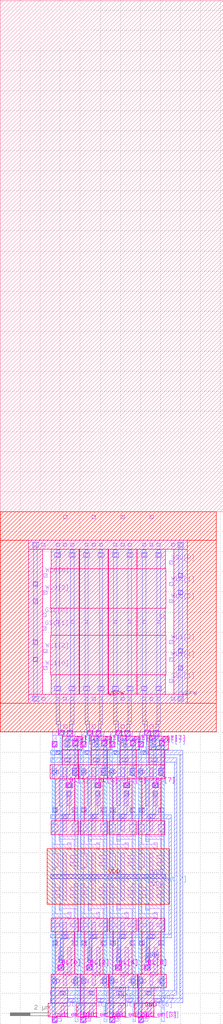
<source format=lef>
VERSION 5.7 ;
  NOWIREEXTENSIONATPIN ON ;
  DIVIDERCHAR "/" ;
  BUSBITCHARS "[]" ;
MACRO flash_array_8x8
  CLASS BLOCK ;
  FOREIGN flash_array_8x8 ;
  ORIGIN 0.000 0.000 ;
  SIZE 11.145 BY 25.490 ;
  PIN VBPW
    ANTENNADIFFAREA 8.916200 ;
    PORT
      LAYER pwell ;
        RECT 1.430 -1.860 9.360 -1.430 ;
        RECT 1.430 -9.110 2.110 -1.860 ;
        RECT 2.535 -2.830 3.935 -1.860 ;
        RECT 3.975 -2.830 5.375 -1.860 ;
        RECT 5.415 -2.830 6.815 -1.860 ;
        RECT 6.855 -2.830 8.255 -1.860 ;
        RECT 2.520 -4.810 3.950 -2.830 ;
        RECT 3.960 -4.810 5.390 -2.830 ;
        RECT 5.400 -4.810 6.830 -2.830 ;
        RECT 6.840 -4.810 8.270 -2.830 ;
        RECT 2.535 -6.160 3.935 -4.810 ;
        RECT 3.975 -6.160 5.375 -4.810 ;
        RECT 5.415 -6.160 6.815 -4.810 ;
        RECT 6.855 -6.160 8.255 -4.810 ;
        RECT 2.520 -8.140 3.950 -6.160 ;
        RECT 3.960 -8.140 5.390 -6.160 ;
        RECT 5.400 -8.140 6.830 -6.160 ;
        RECT 6.840 -8.140 8.270 -6.160 ;
        RECT 2.535 -9.110 3.935 -8.140 ;
        RECT 3.975 -9.110 5.375 -8.140 ;
        RECT 5.415 -9.110 6.815 -8.140 ;
        RECT 6.855 -9.110 8.255 -8.140 ;
        RECT 8.680 -9.110 9.360 -1.860 ;
        RECT 1.430 -9.540 9.360 -9.110 ;
      LAYER li1 ;
        RECT 1.680 -1.730 1.850 -1.560 ;
        RECT 2.075 -1.730 2.245 -1.560 ;
        RECT 2.790 -1.730 2.960 -1.560 ;
        RECT 3.150 -1.730 3.320 -1.560 ;
        RECT 3.510 -1.730 3.680 -1.560 ;
        RECT 4.230 -1.730 4.400 -1.560 ;
        RECT 4.590 -1.730 4.760 -1.560 ;
        RECT 4.950 -1.730 5.120 -1.560 ;
        RECT 5.670 -1.730 5.840 -1.560 ;
        RECT 6.030 -1.730 6.200 -1.560 ;
        RECT 6.390 -1.730 6.560 -1.560 ;
        RECT 7.110 -1.730 7.280 -1.560 ;
        RECT 7.470 -1.730 7.640 -1.560 ;
        RECT 7.830 -1.730 8.000 -1.560 ;
        RECT 8.550 -1.730 8.720 -1.560 ;
        RECT 8.930 -1.730 9.100 -1.560 ;
        RECT 8.930 -3.260 9.100 -3.090 ;
        RECT 1.680 -3.690 1.850 -3.520 ;
        RECT 8.930 -4.120 9.100 -3.950 ;
        RECT 1.680 -4.550 1.850 -4.380 ;
        RECT 1.680 -6.590 1.850 -6.420 ;
        RECT 8.930 -7.020 9.100 -6.850 ;
        RECT 1.680 -7.450 1.850 -7.280 ;
        RECT 8.930 -7.880 9.100 -7.710 ;
        RECT 1.680 -9.410 1.850 -9.240 ;
        RECT 2.075 -9.410 2.245 -9.240 ;
        RECT 2.790 -9.410 2.960 -9.240 ;
        RECT 3.150 -9.410 3.320 -9.240 ;
        RECT 3.510 -9.410 3.680 -9.240 ;
        RECT 4.230 -9.410 4.400 -9.240 ;
        RECT 4.590 -9.410 4.760 -9.240 ;
        RECT 4.950 -9.410 5.120 -9.240 ;
        RECT 5.670 -9.410 5.840 -9.240 ;
        RECT 6.030 -9.410 6.200 -9.240 ;
        RECT 6.390 -9.410 6.560 -9.240 ;
        RECT 7.110 -9.410 7.280 -9.240 ;
        RECT 7.470 -9.410 7.640 -9.240 ;
        RECT 7.830 -9.410 8.000 -9.240 ;
        RECT 8.550 -9.410 8.720 -9.240 ;
        RECT 8.930 -9.410 9.100 -9.240 ;
      LAYER met1 ;
        RECT 1.620 -1.760 1.910 -1.530 ;
        RECT 8.870 -1.760 9.160 -1.530 ;
        RECT 1.680 -3.490 1.850 -1.760 ;
        RECT 8.930 -3.060 9.100 -1.760 ;
        RECT 8.900 -3.290 9.130 -3.060 ;
        RECT 1.650 -3.720 1.880 -3.490 ;
        RECT 1.680 -4.350 1.850 -3.720 ;
        RECT 8.930 -3.920 9.100 -3.290 ;
        RECT 8.900 -4.150 9.130 -3.920 ;
        RECT 1.650 -4.580 1.880 -4.350 ;
        RECT 1.680 -6.390 1.850 -4.580 ;
        RECT 1.650 -6.620 1.880 -6.390 ;
        RECT 1.680 -7.250 1.850 -6.620 ;
        RECT 8.930 -6.820 9.100 -4.150 ;
        RECT 8.900 -7.050 9.130 -6.820 ;
        RECT 1.650 -7.480 1.880 -7.250 ;
        RECT 1.680 -9.210 1.850 -7.480 ;
        RECT 8.930 -7.680 9.100 -7.050 ;
        RECT 8.900 -7.910 9.130 -7.680 ;
        RECT 8.930 -9.210 9.100 -7.910 ;
        RECT 1.620 -9.440 1.910 -9.210 ;
        RECT 8.870 -9.440 9.160 -9.210 ;
    END
  END VBPW
  PIN BL[0]
    ANTENNAGATEAREA 0.126000 ;
    ANTENNADIFFAREA 0.273000 ;
    PORT
      LAYER li1 ;
        RECT 2.790 -2.240 2.960 -2.070 ;
        RECT 2.790 -8.900 2.960 -8.730 ;
        RECT 2.865 -22.800 3.195 -22.630 ;
      LAYER mcon ;
        RECT 2.945 -22.800 3.115 -22.630 ;
      LAYER met1 ;
        RECT 2.790 -2.040 2.960 -1.905 ;
        RECT 2.730 -2.270 3.020 -2.040 ;
        RECT 2.790 -8.700 2.960 -2.270 ;
        RECT 2.730 -8.930 3.020 -8.700 ;
        RECT 2.790 -10.455 2.960 -8.930 ;
        RECT 2.790 -10.595 3.025 -10.455 ;
        RECT 2.885 -10.895 3.025 -10.595 ;
        RECT 2.885 -11.155 3.205 -10.895 ;
        RECT 2.870 -22.860 3.190 -22.600 ;
      LAYER via ;
        RECT 2.915 -11.155 3.175 -10.895 ;
        RECT 2.900 -22.860 3.160 -22.600 ;
      LAYER met2 ;
        RECT 2.885 -11.155 3.205 -10.895 ;
        RECT 2.985 -22.600 3.125 -11.155 ;
        RECT 2.870 -22.860 3.190 -22.600 ;
    END
  END BL[0]
  PIN BL[1]
    ANTENNAGATEAREA 0.126000 ;
    ANTENNADIFFAREA 0.273000 ;
    PORT
      LAYER li1 ;
        RECT 3.510 -2.240 3.680 -2.070 ;
        RECT 3.510 -8.900 3.680 -8.730 ;
        RECT 3.275 -13.735 3.605 -13.565 ;
      LAYER mcon ;
        RECT 3.355 -13.735 3.525 -13.565 ;
      LAYER met1 ;
        RECT 3.510 -2.040 3.680 -1.905 ;
        RECT 3.450 -2.270 3.740 -2.040 ;
        RECT 3.510 -8.700 3.680 -2.270 ;
        RECT 3.450 -8.930 3.740 -8.700 ;
        RECT 3.510 -10.455 3.680 -8.930 ;
        RECT 3.465 -10.595 3.680 -10.455 ;
        RECT 3.465 -10.895 3.605 -10.595 ;
        RECT 3.345 -11.215 3.605 -10.895 ;
        RECT 3.280 -13.765 3.600 -13.505 ;
      LAYER via ;
        RECT 3.345 -11.185 3.605 -10.925 ;
        RECT 3.310 -13.765 3.570 -13.505 ;
      LAYER met2 ;
        RECT 3.345 -11.215 3.605 -10.895 ;
        RECT 3.345 -13.505 3.485 -11.215 ;
        RECT 3.280 -13.765 3.600 -13.505 ;
    END
  END BL[1]
  PIN BL[2]
    ANTENNAGATEAREA 0.126000 ;
    ANTENNADIFFAREA 0.273000 ;
    PORT
      LAYER li1 ;
        RECT 4.230 -2.240 4.400 -2.070 ;
        RECT 4.230 -8.900 4.400 -8.730 ;
        RECT 4.305 -22.800 4.635 -22.630 ;
      LAYER mcon ;
        RECT 4.385 -22.800 4.555 -22.630 ;
      LAYER met1 ;
        RECT 4.230 -2.040 4.400 -1.905 ;
        RECT 4.170 -2.270 4.460 -2.040 ;
        RECT 4.230 -8.700 4.400 -2.270 ;
        RECT 4.170 -8.930 4.460 -8.700 ;
        RECT 4.230 -10.455 4.400 -8.930 ;
        RECT 4.230 -10.595 4.465 -10.455 ;
        RECT 4.325 -10.895 4.465 -10.595 ;
        RECT 4.325 -11.155 4.645 -10.895 ;
        RECT 4.310 -22.860 4.630 -22.600 ;
      LAYER via ;
        RECT 4.355 -11.155 4.615 -10.895 ;
        RECT 4.340 -22.860 4.600 -22.600 ;
      LAYER met2 ;
        RECT 4.325 -11.155 4.645 -10.895 ;
        RECT 4.425 -22.600 4.565 -11.155 ;
        RECT 4.310 -22.860 4.630 -22.600 ;
    END
  END BL[2]
  PIN BL[3]
    ANTENNAGATEAREA 0.126000 ;
    ANTENNADIFFAREA 0.273000 ;
    PORT
      LAYER li1 ;
        RECT 4.950 -2.240 5.120 -2.070 ;
        RECT 4.950 -8.900 5.120 -8.730 ;
        RECT 4.715 -13.735 5.045 -13.565 ;
      LAYER mcon ;
        RECT 4.795 -13.735 4.965 -13.565 ;
      LAYER met1 ;
        RECT 4.950 -2.040 5.120 -1.905 ;
        RECT 4.890 -2.270 5.180 -2.040 ;
        RECT 4.950 -8.700 5.120 -2.270 ;
        RECT 4.890 -8.930 5.180 -8.700 ;
        RECT 4.950 -10.455 5.120 -8.930 ;
        RECT 4.905 -10.595 5.120 -10.455 ;
        RECT 4.905 -10.895 5.045 -10.595 ;
        RECT 4.785 -11.215 5.045 -10.895 ;
        RECT 4.720 -13.765 5.040 -13.505 ;
      LAYER via ;
        RECT 4.785 -11.185 5.045 -10.925 ;
        RECT 4.750 -13.765 5.010 -13.505 ;
      LAYER met2 ;
        RECT 4.785 -11.215 5.045 -10.895 ;
        RECT 4.785 -13.505 4.925 -11.215 ;
        RECT 4.720 -13.765 5.040 -13.505 ;
    END
  END BL[3]
  PIN BL[4]
    ANTENNAGATEAREA 0.126000 ;
    ANTENNADIFFAREA 0.273000 ;
    PORT
      LAYER li1 ;
        RECT 5.670 -2.240 5.840 -2.070 ;
        RECT 5.670 -8.900 5.840 -8.730 ;
        RECT 5.745 -22.800 6.075 -22.630 ;
      LAYER mcon ;
        RECT 5.825 -22.800 5.995 -22.630 ;
      LAYER met1 ;
        RECT 5.670 -2.040 5.840 -1.905 ;
        RECT 5.610 -2.270 5.900 -2.040 ;
        RECT 5.670 -8.700 5.840 -2.270 ;
        RECT 5.610 -8.930 5.900 -8.700 ;
        RECT 5.670 -10.455 5.840 -8.930 ;
        RECT 5.670 -10.595 5.905 -10.455 ;
        RECT 5.765 -10.895 5.905 -10.595 ;
        RECT 5.765 -11.155 6.085 -10.895 ;
        RECT 5.750 -22.860 6.070 -22.600 ;
      LAYER via ;
        RECT 5.795 -11.155 6.055 -10.895 ;
        RECT 5.780 -22.860 6.040 -22.600 ;
      LAYER met2 ;
        RECT 5.765 -11.155 6.085 -10.895 ;
        RECT 5.865 -22.600 6.005 -11.155 ;
        RECT 5.750 -22.860 6.070 -22.600 ;
    END
  END BL[4]
  PIN BL[5]
    ANTENNAGATEAREA 0.126000 ;
    ANTENNADIFFAREA 0.273000 ;
    PORT
      LAYER li1 ;
        RECT 6.390 -2.240 6.560 -2.070 ;
        RECT 6.390 -8.900 6.560 -8.730 ;
        RECT 6.155 -13.735 6.485 -13.565 ;
      LAYER mcon ;
        RECT 6.235 -13.735 6.405 -13.565 ;
      LAYER met1 ;
        RECT 6.390 -2.040 6.560 -1.905 ;
        RECT 6.330 -2.270 6.620 -2.040 ;
        RECT 6.390 -8.700 6.560 -2.270 ;
        RECT 6.330 -8.930 6.620 -8.700 ;
        RECT 6.390 -10.455 6.560 -8.930 ;
        RECT 6.345 -10.595 6.560 -10.455 ;
        RECT 6.345 -10.895 6.485 -10.595 ;
        RECT 6.225 -11.215 6.485 -10.895 ;
        RECT 6.160 -13.765 6.480 -13.505 ;
      LAYER via ;
        RECT 6.225 -11.185 6.485 -10.925 ;
        RECT 6.190 -13.765 6.450 -13.505 ;
      LAYER met2 ;
        RECT 6.225 -11.215 6.485 -10.895 ;
        RECT 6.225 -13.505 6.365 -11.215 ;
        RECT 6.160 -13.765 6.480 -13.505 ;
    END
  END BL[5]
  PIN BL[6]
    ANTENNAGATEAREA 0.126000 ;
    ANTENNADIFFAREA 0.273000 ;
    PORT
      LAYER li1 ;
        RECT 7.110 -2.240 7.280 -2.070 ;
        RECT 7.110 -8.900 7.280 -8.730 ;
        RECT 7.185 -22.800 7.515 -22.630 ;
      LAYER mcon ;
        RECT 7.265 -22.800 7.435 -22.630 ;
      LAYER met1 ;
        RECT 7.110 -2.040 7.280 -1.905 ;
        RECT 7.050 -2.270 7.340 -2.040 ;
        RECT 7.110 -8.700 7.280 -2.270 ;
        RECT 7.050 -8.930 7.340 -8.700 ;
        RECT 7.110 -10.455 7.280 -8.930 ;
        RECT 7.110 -10.595 7.345 -10.455 ;
        RECT 7.205 -10.895 7.345 -10.595 ;
        RECT 7.205 -11.155 7.525 -10.895 ;
        RECT 7.190 -22.860 7.510 -22.600 ;
      LAYER via ;
        RECT 7.235 -11.155 7.495 -10.895 ;
        RECT 7.220 -22.860 7.480 -22.600 ;
      LAYER met2 ;
        RECT 7.205 -11.155 7.525 -10.895 ;
        RECT 7.305 -22.600 7.445 -11.155 ;
        RECT 7.190 -22.860 7.510 -22.600 ;
    END
  END BL[6]
  PIN BL[7]
    ANTENNAGATEAREA 0.126000 ;
    ANTENNADIFFAREA 0.273000 ;
    PORT
      LAYER li1 ;
        RECT 7.830 -2.240 8.000 -2.070 ;
        RECT 7.830 -8.900 8.000 -8.730 ;
        RECT 7.595 -13.735 7.925 -13.565 ;
      LAYER mcon ;
        RECT 7.675 -13.735 7.845 -13.565 ;
      LAYER met1 ;
        RECT 7.830 -2.040 8.000 -1.905 ;
        RECT 7.770 -2.270 8.060 -2.040 ;
        RECT 7.830 -8.700 8.000 -2.270 ;
        RECT 7.770 -8.930 8.060 -8.700 ;
        RECT 7.830 -10.455 8.000 -8.930 ;
        RECT 7.785 -10.595 8.000 -10.455 ;
        RECT 7.785 -10.895 7.925 -10.595 ;
        RECT 7.665 -11.215 7.925 -10.895 ;
        RECT 7.600 -13.765 7.920 -13.505 ;
      LAYER via ;
        RECT 7.665 -11.185 7.925 -10.925 ;
        RECT 7.630 -13.765 7.890 -13.505 ;
      LAYER met2 ;
        RECT 7.665 -11.215 7.925 -10.895 ;
        RECT 7.665 -13.505 7.805 -11.215 ;
        RECT 7.600 -13.765 7.920 -13.505 ;
    END
  END BL[7]
  PIN SSL[0]
    ANTENNAGATEAREA 1.680000 ;
    PORT
      LAYER li1 ;
        RECT 8.450 -2.625 8.620 -2.455 ;
    END
  END SSL[0]
  PIN WL0[0]
    ANTENNAGATEAREA 0.792000 ;
    PORT
      LAYER li1 ;
        RECT 2.170 -3.260 2.340 -3.090 ;
    END
  END WL0[0]
  PIN WL0[1]
    ANTENNAGATEAREA 0.792000 ;
    PORT
      LAYER li1 ;
        RECT 8.450 -3.690 8.620 -3.520 ;
    END
  END WL0[1]
  PIN WL0[2]
    ANTENNAGATEAREA 0.792000 ;
    PORT
      LAYER li1 ;
        RECT 2.170 -4.120 2.340 -3.950 ;
    END
  END WL0[2]
  PIN WL0[3]
    ANTENNAGATEAREA 0.792000 ;
    PORT
      LAYER li1 ;
        RECT 8.450 -4.550 8.620 -4.380 ;
    END
  END WL0[3]
  PIN GSL[0]
    ANTENNAGATEAREA 1.680000 ;
    PORT
      LAYER li1 ;
        RECT 2.125 -5.235 2.295 -5.065 ;
    END
  END GSL[0]
  PIN GSL[1]
    ANTENNAGATEAREA 1.680000 ;
    PORT
      LAYER li1 ;
        RECT 2.125 -5.905 2.295 -5.735 ;
    END
  END GSL[1]
  PIN SL
    ANTENNADIFFAREA 1.344000 ;
    PORT
      LAYER li1 ;
        RECT 2.790 -5.570 2.960 -5.400 ;
        RECT 3.510 -5.570 3.680 -5.400 ;
        RECT 4.230 -5.570 4.400 -5.400 ;
        RECT 4.950 -5.570 5.120 -5.400 ;
        RECT 5.670 -5.570 5.840 -5.400 ;
        RECT 6.390 -5.570 6.560 -5.400 ;
        RECT 7.110 -5.570 7.280 -5.400 ;
        RECT 7.830 -5.570 8.000 -5.400 ;
    END
  END SL
  PIN WL1[2]
    ANTENNAGATEAREA 0.792000 ;
    PORT
      LAYER li1 ;
        RECT 2.170 -7.020 2.340 -6.850 ;
    END
  END WL1[2]
  PIN WL1[3]
    ANTENNAGATEAREA 0.792000 ;
    PORT
      LAYER li1 ;
        RECT 8.450 -6.590 8.620 -6.420 ;
    END
  END WL1[3]
  PIN WL1[0]
    ANTENNAGATEAREA 0.792000 ;
    PORT
      LAYER li1 ;
        RECT 2.170 -7.880 2.340 -7.710 ;
    END
  END WL1[0]
  PIN WL1[1]
    ANTENNAGATEAREA 0.792000 ;
    PORT
      LAYER li1 ;
        RECT 8.450 -7.450 8.620 -7.280 ;
    END
  END WL1[1]
  PIN out_en[0]
    ANTENNAGATEAREA 0.126000 ;
    PORT
      LAYER li1 ;
        RECT 2.630 -11.140 3.735 -10.970 ;
        RECT 2.630 -11.680 2.800 -11.140 ;
        RECT 2.630 -25.415 3.065 -25.245 ;
      LAYER met1 ;
        RECT 2.585 -11.755 2.845 -11.435 ;
        RECT 2.585 -25.490 2.845 -25.170 ;
      LAYER via ;
        RECT 2.585 -11.725 2.845 -11.465 ;
        RECT 2.585 -25.460 2.845 -25.200 ;
      LAYER met2 ;
        RECT 2.585 -11.755 2.845 -11.435 ;
        RECT 2.585 -25.170 2.725 -11.755 ;
        RECT 2.585 -25.490 2.845 -25.170 ;
    END
  END out_en[0]
  PIN out[1]
    ANTENNADIFFAREA 0.111300 ;
    PORT
      LAYER li1 ;
        RECT 3.270 -11.750 3.440 -11.330 ;
      LAYER mcon ;
        RECT 3.270 -11.625 3.440 -11.455 ;
      LAYER met1 ;
        RECT 3.625 -11.395 3.885 -11.380 ;
        RECT 3.180 -11.685 3.885 -11.395 ;
        RECT 3.625 -11.700 3.885 -11.685 ;
      LAYER via ;
        RECT 3.625 -11.670 3.885 -11.410 ;
      LAYER met2 ;
        RECT 3.625 -11.700 3.885 -11.380 ;
        RECT 3.745 -25.430 3.885 -11.700 ;
    END
  END out[1]
  PIN out[0]
    ANTENNADIFFAREA 0.111300 ;
    PORT
      LAYER li1 ;
        RECT 3.030 -25.055 3.200 -24.635 ;
    END
  END out[0]
  PIN out_en[1]
    ANTENNAGATEAREA 0.126000 ;
    PORT
      LAYER li1 ;
        RECT 4.070 -11.140 5.175 -10.970 ;
        RECT 4.070 -11.680 4.240 -11.140 ;
        RECT 4.070 -25.415 4.505 -25.245 ;
      LAYER met1 ;
        RECT 4.025 -11.755 4.285 -11.435 ;
        RECT 4.025 -25.490 4.285 -25.170 ;
      LAYER via ;
        RECT 4.025 -11.725 4.285 -11.465 ;
        RECT 4.025 -25.460 4.285 -25.200 ;
      LAYER met2 ;
        RECT 4.025 -11.755 4.285 -11.435 ;
        RECT 4.025 -25.170 4.165 -11.755 ;
        RECT 4.025 -25.490 4.285 -25.170 ;
    END
  END out_en[1]
  PIN out[3]
    ANTENNADIFFAREA 0.111300 ;
    PORT
      LAYER li1 ;
        RECT 4.710 -11.750 4.880 -11.330 ;
      LAYER mcon ;
        RECT 4.710 -11.625 4.880 -11.455 ;
      LAYER met1 ;
        RECT 5.065 -11.395 5.325 -11.380 ;
        RECT 4.620 -11.685 5.325 -11.395 ;
        RECT 5.065 -11.700 5.325 -11.685 ;
      LAYER via ;
        RECT 5.065 -11.670 5.325 -11.410 ;
      LAYER met2 ;
        RECT 5.065 -11.700 5.325 -11.380 ;
        RECT 5.185 -25.430 5.325 -11.700 ;
    END
  END out[3]
  PIN out[2]
    ANTENNADIFFAREA 0.111300 ;
    PORT
      LAYER li1 ;
        RECT 4.470 -25.055 4.640 -24.635 ;
    END
  END out[2]
  PIN out_en[2]
    ANTENNAGATEAREA 0.126000 ;
    PORT
      LAYER li1 ;
        RECT 5.510 -11.140 6.615 -10.970 ;
        RECT 5.510 -11.680 5.680 -11.140 ;
        RECT 5.510 -25.415 5.945 -25.245 ;
      LAYER met1 ;
        RECT 5.465 -11.755 5.725 -11.435 ;
        RECT 5.465 -25.490 5.725 -25.170 ;
      LAYER via ;
        RECT 5.465 -11.725 5.725 -11.465 ;
        RECT 5.465 -25.460 5.725 -25.200 ;
      LAYER met2 ;
        RECT 5.465 -11.755 5.725 -11.435 ;
        RECT 5.465 -25.170 5.605 -11.755 ;
        RECT 5.465 -25.490 5.725 -25.170 ;
    END
  END out_en[2]
  PIN out[5]
    ANTENNADIFFAREA 0.111300 ;
    PORT
      LAYER li1 ;
        RECT 6.150 -11.750 6.320 -11.330 ;
      LAYER mcon ;
        RECT 6.150 -11.625 6.320 -11.455 ;
      LAYER met1 ;
        RECT 6.505 -11.395 6.765 -11.380 ;
        RECT 6.060 -11.685 6.765 -11.395 ;
        RECT 6.505 -11.700 6.765 -11.685 ;
      LAYER via ;
        RECT 6.505 -11.670 6.765 -11.410 ;
      LAYER met2 ;
        RECT 6.505 -11.700 6.765 -11.380 ;
        RECT 6.625 -25.430 6.765 -11.700 ;
    END
  END out[5]
  PIN out[4]
    ANTENNADIFFAREA 0.111300 ;
    PORT
      LAYER li1 ;
        RECT 5.910 -25.055 6.080 -24.635 ;
    END
  END out[4]
  PIN out_en[3]
    ANTENNAGATEAREA 0.126000 ;
    PORT
      LAYER li1 ;
        RECT 6.950 -11.140 8.055 -10.970 ;
        RECT 6.950 -11.680 7.120 -11.140 ;
        RECT 6.950 -25.415 7.385 -25.245 ;
      LAYER met1 ;
        RECT 6.905 -11.755 7.165 -11.435 ;
        RECT 6.905 -25.490 7.165 -25.170 ;
      LAYER via ;
        RECT 6.905 -11.725 7.165 -11.465 ;
        RECT 6.905 -25.460 7.165 -25.200 ;
      LAYER met2 ;
        RECT 6.905 -11.755 7.165 -11.435 ;
        RECT 6.905 -25.170 7.045 -11.755 ;
        RECT 6.905 -25.490 7.165 -25.170 ;
    END
  END out_en[3]
  PIN out[7]
    ANTENNADIFFAREA 0.111300 ;
    PORT
      LAYER li1 ;
        RECT 7.590 -11.750 7.760 -11.330 ;
      LAYER mcon ;
        RECT 7.590 -11.625 7.760 -11.455 ;
      LAYER met1 ;
        RECT 7.945 -11.395 8.205 -11.380 ;
        RECT 7.500 -11.685 8.205 -11.395 ;
        RECT 7.945 -11.700 8.205 -11.685 ;
      LAYER via ;
        RECT 7.945 -11.670 8.205 -11.410 ;
      LAYER met2 ;
        RECT 7.945 -11.700 8.205 -11.380 ;
        RECT 8.065 -25.430 8.205 -11.700 ;
    END
  END out[7]
  PIN out[6]
    ANTENNADIFFAREA 0.111300 ;
    PORT
      LAYER li1 ;
        RECT 7.350 -25.055 7.520 -24.635 ;
    END
  END out[6]
  PIN SSL[1]
    ANTENNAGATEAREA 1.680000 ;
    PORT
      LAYER li1 ;
        RECT 8.450 -8.515 8.620 -8.345 ;
    END
  END SSL[1]
  PIN GND
    ANTENNADIFFAREA 3.279200 ;
    PORT
      LAYER pwell ;
        RECT 3.100 -11.880 4.085 -11.200 ;
        RECT 4.540 -11.880 5.525 -11.200 ;
        RECT 5.980 -11.880 6.965 -11.200 ;
        RECT 7.420 -11.880 8.405 -11.200 ;
        RECT 3.100 -12.625 3.920 -11.880 ;
        RECT 4.540 -12.625 5.360 -11.880 ;
        RECT 5.980 -12.625 6.800 -11.880 ;
        RECT 7.420 -12.625 8.240 -11.880 ;
        RECT 2.490 -13.305 3.920 -12.625 ;
        RECT 3.930 -13.305 5.360 -12.625 ;
        RECT 5.370 -13.305 6.800 -12.625 ;
        RECT 6.810 -13.305 8.240 -12.625 ;
        RECT 2.765 -15.415 3.705 -13.305 ;
        RECT 4.205 -15.415 5.145 -13.305 ;
        RECT 5.645 -15.415 6.585 -13.305 ;
        RECT 7.085 -15.415 8.025 -13.305 ;
        RECT 2.550 -16.095 3.920 -15.415 ;
        RECT 3.990 -16.095 5.360 -15.415 ;
        RECT 5.430 -16.095 6.800 -15.415 ;
        RECT 6.870 -16.095 8.240 -15.415 ;
        RECT 2.550 -20.950 3.920 -20.270 ;
        RECT 3.990 -20.950 5.360 -20.270 ;
        RECT 5.430 -20.950 6.800 -20.270 ;
        RECT 6.870 -20.950 8.240 -20.270 ;
        RECT 2.765 -23.060 3.705 -20.950 ;
        RECT 4.205 -23.060 5.145 -20.950 ;
        RECT 5.645 -23.060 6.585 -20.950 ;
        RECT 7.085 -23.060 8.025 -20.950 ;
        RECT 2.550 -23.740 3.980 -23.060 ;
        RECT 3.990 -23.740 5.420 -23.060 ;
        RECT 5.430 -23.740 6.860 -23.060 ;
        RECT 6.870 -23.740 8.300 -23.060 ;
        RECT 2.550 -24.505 3.370 -23.740 ;
        RECT 3.990 -24.505 4.810 -23.740 ;
        RECT 5.430 -24.505 6.250 -23.740 ;
        RECT 6.870 -24.505 7.690 -23.740 ;
        RECT 2.385 -25.185 3.370 -24.505 ;
        RECT 3.825 -25.185 4.810 -24.505 ;
        RECT 5.265 -25.185 6.250 -24.505 ;
        RECT 6.705 -25.185 7.690 -24.505 ;
      LAYER li1 ;
        RECT 3.365 -13.965 3.535 -13.905 ;
        RECT 4.805 -13.965 4.975 -13.905 ;
        RECT 6.245 -13.965 6.415 -13.905 ;
        RECT 7.685 -13.965 7.855 -13.905 ;
        RECT 3.345 -14.135 3.535 -13.965 ;
        RECT 4.785 -14.135 4.975 -13.965 ;
        RECT 6.225 -14.135 6.415 -13.965 ;
        RECT 7.665 -14.135 7.855 -13.965 ;
        RECT 3.365 -14.655 3.535 -14.135 ;
        RECT 4.805 -14.655 4.975 -14.135 ;
        RECT 6.245 -14.655 6.415 -14.135 ;
        RECT 7.685 -14.655 7.855 -14.135 ;
        RECT 3.070 -15.275 3.400 -15.105 ;
        RECT 4.510 -15.275 4.840 -15.105 ;
        RECT 5.950 -15.275 6.280 -15.105 ;
        RECT 7.390 -15.275 7.720 -15.105 ;
        RECT 3.150 -15.920 3.320 -15.275 ;
        RECT 4.590 -15.920 4.760 -15.275 ;
        RECT 6.030 -15.920 6.200 -15.275 ;
        RECT 7.470 -15.920 7.640 -15.275 ;
        RECT 3.150 -21.090 3.320 -20.460 ;
        RECT 4.590 -21.090 4.760 -20.460 ;
        RECT 6.030 -21.090 6.200 -20.460 ;
        RECT 7.470 -21.090 7.640 -20.460 ;
        RECT 3.070 -21.260 3.400 -21.090 ;
        RECT 4.510 -21.260 4.840 -21.090 ;
        RECT 5.950 -21.260 6.280 -21.090 ;
        RECT 7.390 -21.260 7.720 -21.090 ;
        RECT 2.935 -22.230 3.105 -21.710 ;
        RECT 4.375 -22.230 4.545 -21.710 ;
        RECT 5.815 -22.230 5.985 -21.710 ;
        RECT 7.255 -22.230 7.425 -21.710 ;
        RECT 2.935 -22.400 3.125 -22.230 ;
        RECT 4.375 -22.400 4.565 -22.230 ;
        RECT 5.815 -22.400 6.005 -22.230 ;
        RECT 7.255 -22.400 7.445 -22.230 ;
        RECT 2.935 -22.460 3.105 -22.400 ;
        RECT 4.375 -22.460 4.545 -22.400 ;
        RECT 5.815 -22.460 5.985 -22.400 ;
        RECT 7.255 -22.460 7.425 -22.400 ;
      LAYER mcon ;
        RECT 3.345 -14.135 3.515 -13.965 ;
        RECT 4.785 -14.135 4.955 -13.965 ;
        RECT 6.225 -14.135 6.395 -13.965 ;
        RECT 7.665 -14.135 7.835 -13.965 ;
        RECT 3.150 -15.275 3.320 -15.105 ;
        RECT 4.590 -15.275 4.760 -15.105 ;
        RECT 6.030 -15.275 6.200 -15.105 ;
        RECT 7.470 -15.275 7.640 -15.105 ;
        RECT 3.150 -21.260 3.320 -21.090 ;
        RECT 4.590 -21.260 4.760 -21.090 ;
        RECT 6.030 -21.260 6.200 -21.090 ;
        RECT 7.470 -21.260 7.640 -21.090 ;
        RECT 2.955 -22.400 3.125 -22.230 ;
        RECT 4.395 -22.400 4.565 -22.230 ;
        RECT 5.835 -22.400 6.005 -22.230 ;
        RECT 7.275 -22.400 7.445 -22.230 ;
      LAYER met1 ;
        RECT 3.315 -14.195 3.545 -13.905 ;
        RECT 4.755 -14.195 4.985 -13.905 ;
        RECT 6.195 -14.195 6.425 -13.905 ;
        RECT 7.635 -14.195 7.865 -13.905 ;
        RECT 3.315 -15.075 3.455 -14.195 ;
        RECT 4.755 -15.075 4.895 -14.195 ;
        RECT 6.195 -15.075 6.335 -14.195 ;
        RECT 7.635 -15.075 7.775 -14.195 ;
        RECT 3.090 -15.120 3.455 -15.075 ;
        RECT 4.530 -15.120 4.895 -15.075 ;
        RECT 5.970 -15.120 6.335 -15.075 ;
        RECT 7.410 -15.120 7.775 -15.075 ;
        RECT 2.515 -15.305 8.555 -15.120 ;
        RECT 8.415 -21.060 8.555 -15.305 ;
        RECT 2.515 -21.245 8.555 -21.060 ;
        RECT 3.015 -21.290 3.380 -21.245 ;
        RECT 4.455 -21.290 4.820 -21.245 ;
        RECT 5.895 -21.290 6.260 -21.245 ;
        RECT 7.335 -21.290 7.700 -21.245 ;
        RECT 3.015 -22.170 3.155 -21.290 ;
        RECT 4.455 -22.170 4.595 -21.290 ;
        RECT 5.895 -22.170 6.035 -21.290 ;
        RECT 7.335 -22.170 7.475 -21.290 ;
        RECT 2.925 -22.460 3.155 -22.170 ;
        RECT 4.365 -22.460 4.595 -22.170 ;
        RECT 5.805 -22.460 6.035 -22.170 ;
        RECT 7.245 -22.460 7.475 -22.170 ;
    END
  END GND
  PIN VDD
    ANTENNADIFFAREA 2.860800 ;
    PORT
      LAYER nwell ;
        RECT 2.335 -19.565 8.455 -16.815 ;
      LAYER li1 ;
        RECT 3.150 -18.105 3.320 -17.010 ;
        RECT 4.590 -18.105 4.760 -17.010 ;
        RECT 6.030 -18.105 6.200 -17.010 ;
        RECT 7.470 -18.105 7.640 -17.010 ;
        RECT 2.515 -18.275 8.275 -18.105 ;
        RECT 3.150 -19.370 3.320 -18.275 ;
        RECT 4.590 -19.370 4.760 -18.275 ;
        RECT 6.030 -19.370 6.200 -18.275 ;
        RECT 7.470 -19.370 7.640 -18.275 ;
      LAYER mcon ;
        RECT 3.150 -18.275 3.320 -18.105 ;
        RECT 4.590 -18.275 4.760 -18.105 ;
        RECT 6.030 -18.275 6.200 -18.105 ;
        RECT 7.470 -18.275 7.640 -18.105 ;
      LAYER met1 ;
        RECT 2.515 -18.305 8.275 -18.075 ;
    END
  END VDD
  PIN sen1
    ANTENNAGATEAREA 0.504000 ;
    PORT
      LAYER li1 ;
        RECT 3.200 -12.450 3.530 -12.280 ;
        RECT 4.640 -12.450 4.970 -12.280 ;
        RECT 6.080 -12.450 6.410 -12.280 ;
        RECT 7.520 -12.450 7.850 -12.280 ;
        RECT 3.280 -12.465 3.450 -12.450 ;
        RECT 4.720 -12.465 4.890 -12.450 ;
        RECT 6.160 -12.465 6.330 -12.450 ;
        RECT 7.600 -12.465 7.770 -12.450 ;
        RECT 3.020 -23.935 3.190 -23.920 ;
        RECT 4.460 -23.935 4.630 -23.920 ;
        RECT 5.900 -23.935 6.070 -23.920 ;
        RECT 7.340 -23.935 7.510 -23.920 ;
        RECT 2.940 -24.105 3.270 -23.935 ;
        RECT 4.380 -24.105 4.710 -23.935 ;
        RECT 5.820 -24.105 6.150 -23.935 ;
        RECT 7.260 -24.105 7.590 -23.935 ;
      LAYER mcon ;
        RECT 3.020 -24.090 3.190 -23.920 ;
        RECT 4.460 -24.090 4.630 -23.920 ;
        RECT 5.900 -24.090 6.070 -23.920 ;
        RECT 7.340 -24.090 7.510 -23.920 ;
      LAYER met1 ;
        RECT 2.515 -12.495 8.835 -12.265 ;
        RECT 8.695 -23.890 8.835 -12.495 ;
        RECT 2.515 -24.120 8.835 -23.890 ;
    END
  END sen1
  PIN sen2
    ANTENNAGATEAREA 0.504000 ;
    PORT
      LAYER li1 ;
        RECT 2.800 -11.940 2.970 -11.925 ;
        RECT 4.240 -11.940 4.410 -11.925 ;
        RECT 5.680 -11.940 5.850 -11.925 ;
        RECT 7.120 -11.940 7.290 -11.925 ;
        RECT 2.720 -12.110 3.050 -11.940 ;
        RECT 4.160 -12.110 4.490 -11.940 ;
        RECT 5.600 -12.110 5.930 -11.940 ;
        RECT 7.040 -12.110 7.370 -11.940 ;
        RECT 3.420 -24.445 3.750 -24.275 ;
        RECT 4.860 -24.445 5.190 -24.275 ;
        RECT 6.300 -24.445 6.630 -24.275 ;
        RECT 7.740 -24.445 8.070 -24.275 ;
        RECT 3.500 -24.460 3.670 -24.445 ;
        RECT 4.940 -24.460 5.110 -24.445 ;
        RECT 6.380 -24.460 6.550 -24.445 ;
        RECT 7.820 -24.460 7.990 -24.445 ;
      LAYER mcon ;
        RECT 2.800 -12.095 2.970 -11.925 ;
        RECT 4.240 -12.095 4.410 -11.925 ;
        RECT 5.680 -12.095 5.850 -11.925 ;
        RECT 7.120 -12.095 7.290 -11.925 ;
      LAYER met1 ;
        RECT 2.515 -12.125 9.115 -11.895 ;
        RECT 8.975 -24.260 9.115 -12.125 ;
        RECT 2.515 -24.490 9.115 -24.260 ;
    END
  END sen2
  OBS
      LAYER nwell ;
        RECT 0.000 -1.430 10.790 0.000 ;
        RECT 0.000 -9.540 1.430 -1.430 ;
        RECT 9.360 -9.540 10.790 -1.430 ;
        RECT 0.000 -10.970 10.790 -9.540 ;
      LAYER li1 ;
        RECT 3.160 -0.350 3.330 -0.180 ;
        RECT 4.600 -0.350 4.770 -0.180 ;
        RECT 6.040 -0.350 6.210 -0.180 ;
        RECT 7.480 -0.350 7.650 -0.180 ;
        RECT 3.160 -10.790 3.330 -10.620 ;
        RECT 4.600 -10.790 4.770 -10.620 ;
        RECT 6.040 -10.790 6.210 -10.620 ;
        RECT 7.480 -10.790 7.650 -10.620 ;
        RECT 3.700 -11.455 3.870 -11.330 ;
        RECT 5.140 -11.455 5.310 -11.330 ;
        RECT 6.580 -11.455 6.750 -11.330 ;
        RECT 8.020 -11.455 8.190 -11.330 ;
        RECT 3.670 -11.625 3.870 -11.455 ;
        RECT 5.110 -11.625 5.310 -11.455 ;
        RECT 6.550 -11.625 6.750 -11.455 ;
        RECT 7.990 -11.625 8.190 -11.455 ;
        RECT 3.700 -12.670 3.870 -11.625 ;
        RECT 5.140 -12.670 5.310 -11.625 ;
        RECT 6.580 -12.670 6.750 -11.625 ;
        RECT 8.020 -12.670 8.190 -11.625 ;
        RECT 2.565 -13.050 2.910 -12.880 ;
        RECT 3.150 -13.220 3.320 -12.755 ;
        RECT 3.665 -12.775 3.870 -12.670 ;
        RECT 3.665 -12.800 3.835 -12.775 ;
        RECT 3.580 -13.130 3.835 -12.800 ;
        RECT 4.005 -13.050 4.350 -12.880 ;
        RECT 3.665 -13.175 3.835 -13.130 ;
        RECT 4.590 -13.220 4.760 -12.755 ;
        RECT 5.105 -12.775 5.310 -12.670 ;
        RECT 5.105 -12.800 5.275 -12.775 ;
        RECT 5.020 -13.130 5.275 -12.800 ;
        RECT 5.445 -13.050 5.790 -12.880 ;
        RECT 5.105 -13.175 5.275 -13.130 ;
        RECT 6.030 -13.220 6.200 -12.755 ;
        RECT 6.545 -12.775 6.750 -12.670 ;
        RECT 6.545 -12.800 6.715 -12.775 ;
        RECT 6.460 -13.130 6.715 -12.800 ;
        RECT 6.885 -13.050 7.230 -12.880 ;
        RECT 6.545 -13.175 6.715 -13.130 ;
        RECT 7.470 -13.220 7.640 -12.755 ;
        RECT 7.985 -12.775 8.190 -12.670 ;
        RECT 7.985 -12.800 8.155 -12.775 ;
        RECT 7.900 -13.130 8.155 -12.800 ;
        RECT 7.985 -13.175 8.155 -13.130 ;
        RECT 2.935 -13.390 3.320 -13.220 ;
        RECT 4.375 -13.390 4.760 -13.220 ;
        RECT 5.815 -13.390 6.200 -13.220 ;
        RECT 7.255 -13.390 7.640 -13.220 ;
        RECT 2.935 -14.655 3.105 -13.390 ;
        RECT 4.375 -14.655 4.545 -13.390 ;
        RECT 5.815 -14.655 5.985 -13.390 ;
        RECT 7.255 -14.655 7.425 -13.390 ;
        RECT 2.600 -14.950 2.815 -14.780 ;
        RECT 3.655 -14.950 3.870 -14.780 ;
        RECT 2.600 -15.590 2.770 -14.950 ;
        RECT 3.700 -15.590 3.870 -14.950 ;
        RECT 2.600 -15.920 2.890 -15.590 ;
        RECT 3.580 -15.920 3.870 -15.590 ;
        RECT 2.600 -16.590 2.770 -15.920 ;
        RECT 2.940 -16.170 3.110 -16.090 ;
        RECT 3.700 -16.170 3.870 -15.920 ;
        RECT 2.940 -16.340 3.870 -16.170 ;
        RECT 2.940 -16.420 3.110 -16.340 ;
        RECT 3.360 -16.590 3.530 -16.510 ;
        RECT 2.600 -16.760 3.530 -16.590 ;
        RECT 2.600 -17.060 2.770 -16.760 ;
        RECT 3.360 -16.840 3.530 -16.760 ;
        RECT 2.600 -17.730 2.890 -17.060 ;
        RECT 3.700 -17.140 3.870 -16.340 ;
        RECT 3.500 -17.310 3.870 -17.140 ;
        RECT 3.700 -17.480 3.870 -17.310 ;
        RECT 3.500 -17.650 3.870 -17.480 ;
        RECT 2.600 -17.835 2.770 -17.730 ;
        RECT 3.700 -17.835 3.870 -17.650 ;
        RECT 4.040 -14.950 4.255 -14.780 ;
        RECT 5.095 -14.950 5.310 -14.780 ;
        RECT 4.040 -15.590 4.210 -14.950 ;
        RECT 5.140 -15.590 5.310 -14.950 ;
        RECT 4.040 -15.920 4.330 -15.590 ;
        RECT 5.020 -15.920 5.310 -15.590 ;
        RECT 4.040 -16.590 4.210 -15.920 ;
        RECT 4.380 -16.170 4.550 -16.090 ;
        RECT 5.140 -16.170 5.310 -15.920 ;
        RECT 4.380 -16.340 5.310 -16.170 ;
        RECT 4.380 -16.420 4.550 -16.340 ;
        RECT 4.800 -16.590 4.970 -16.510 ;
        RECT 4.040 -16.760 4.970 -16.590 ;
        RECT 4.040 -17.060 4.210 -16.760 ;
        RECT 4.800 -16.840 4.970 -16.760 ;
        RECT 4.040 -17.730 4.330 -17.060 ;
        RECT 5.140 -17.140 5.310 -16.340 ;
        RECT 4.940 -17.310 5.310 -17.140 ;
        RECT 5.140 -17.480 5.310 -17.310 ;
        RECT 4.940 -17.650 5.310 -17.480 ;
        RECT 4.040 -17.835 4.210 -17.730 ;
        RECT 5.140 -17.835 5.310 -17.650 ;
        RECT 5.480 -14.950 5.695 -14.780 ;
        RECT 6.535 -14.950 6.750 -14.780 ;
        RECT 5.480 -15.590 5.650 -14.950 ;
        RECT 6.580 -15.590 6.750 -14.950 ;
        RECT 5.480 -15.920 5.770 -15.590 ;
        RECT 6.460 -15.920 6.750 -15.590 ;
        RECT 5.480 -16.590 5.650 -15.920 ;
        RECT 5.820 -16.170 5.990 -16.090 ;
        RECT 6.580 -16.170 6.750 -15.920 ;
        RECT 5.820 -16.340 6.750 -16.170 ;
        RECT 5.820 -16.420 5.990 -16.340 ;
        RECT 6.240 -16.590 6.410 -16.510 ;
        RECT 5.480 -16.760 6.410 -16.590 ;
        RECT 5.480 -17.060 5.650 -16.760 ;
        RECT 6.240 -16.840 6.410 -16.760 ;
        RECT 5.480 -17.730 5.770 -17.060 ;
        RECT 6.580 -17.140 6.750 -16.340 ;
        RECT 6.380 -17.310 6.750 -17.140 ;
        RECT 6.580 -17.480 6.750 -17.310 ;
        RECT 6.380 -17.650 6.750 -17.480 ;
        RECT 5.480 -17.835 5.650 -17.730 ;
        RECT 6.580 -17.835 6.750 -17.650 ;
        RECT 6.920 -14.950 7.135 -14.780 ;
        RECT 7.975 -14.950 8.190 -14.780 ;
        RECT 6.920 -15.590 7.090 -14.950 ;
        RECT 8.020 -15.590 8.190 -14.950 ;
        RECT 6.920 -15.920 7.210 -15.590 ;
        RECT 7.900 -15.920 8.190 -15.590 ;
        RECT 6.920 -16.590 7.090 -15.920 ;
        RECT 7.260 -16.170 7.430 -16.090 ;
        RECT 8.020 -16.170 8.190 -15.920 ;
        RECT 7.260 -16.340 8.190 -16.170 ;
        RECT 7.260 -16.420 7.430 -16.340 ;
        RECT 7.680 -16.590 7.850 -16.510 ;
        RECT 6.920 -16.760 7.850 -16.590 ;
        RECT 6.920 -17.060 7.090 -16.760 ;
        RECT 7.680 -16.840 7.850 -16.760 ;
        RECT 6.920 -17.730 7.210 -17.060 ;
        RECT 8.020 -17.140 8.190 -16.340 ;
        RECT 7.820 -17.310 8.190 -17.140 ;
        RECT 8.020 -17.480 8.190 -17.310 ;
        RECT 7.820 -17.650 8.190 -17.480 ;
        RECT 6.920 -17.835 7.090 -17.730 ;
        RECT 8.020 -17.835 8.190 -17.650 ;
        RECT 2.600 -18.730 2.770 -18.545 ;
        RECT 3.700 -18.730 3.870 -18.545 ;
        RECT 2.600 -18.900 2.970 -18.730 ;
        RECT 3.500 -18.900 3.870 -18.730 ;
        RECT 2.600 -19.070 2.770 -18.900 ;
        RECT 3.700 -19.070 3.870 -18.900 ;
        RECT 2.600 -19.240 2.970 -19.070 ;
        RECT 3.500 -19.240 3.870 -19.070 ;
        RECT 2.600 -20.040 2.770 -19.240 ;
        RECT 2.940 -19.620 3.110 -19.540 ;
        RECT 3.700 -19.620 3.870 -19.240 ;
        RECT 2.940 -19.790 3.870 -19.620 ;
        RECT 2.940 -19.870 3.110 -19.790 ;
        RECT 3.360 -20.040 3.530 -19.960 ;
        RECT 2.600 -20.210 3.530 -20.040 ;
        RECT 2.600 -20.525 2.770 -20.210 ;
        RECT 3.360 -20.290 3.530 -20.210 ;
        RECT 3.700 -20.525 3.870 -19.790 ;
        RECT 2.600 -20.695 2.970 -20.525 ;
        RECT 3.500 -20.695 3.870 -20.525 ;
        RECT 2.600 -21.415 2.770 -20.695 ;
        RECT 3.700 -21.415 3.870 -20.695 ;
        RECT 2.600 -21.585 2.815 -21.415 ;
        RECT 3.655 -21.585 3.870 -21.415 ;
        RECT 4.040 -18.730 4.210 -18.545 ;
        RECT 5.140 -18.730 5.310 -18.545 ;
        RECT 4.040 -18.900 4.410 -18.730 ;
        RECT 4.940 -18.900 5.310 -18.730 ;
        RECT 4.040 -19.070 4.210 -18.900 ;
        RECT 5.140 -19.070 5.310 -18.900 ;
        RECT 4.040 -19.240 4.410 -19.070 ;
        RECT 4.940 -19.240 5.310 -19.070 ;
        RECT 4.040 -20.040 4.210 -19.240 ;
        RECT 4.380 -19.620 4.550 -19.540 ;
        RECT 5.140 -19.620 5.310 -19.240 ;
        RECT 4.380 -19.790 5.310 -19.620 ;
        RECT 4.380 -19.870 4.550 -19.790 ;
        RECT 4.800 -20.040 4.970 -19.960 ;
        RECT 4.040 -20.210 4.970 -20.040 ;
        RECT 4.040 -20.525 4.210 -20.210 ;
        RECT 4.800 -20.290 4.970 -20.210 ;
        RECT 5.140 -20.525 5.310 -19.790 ;
        RECT 4.040 -20.695 4.410 -20.525 ;
        RECT 4.940 -20.695 5.310 -20.525 ;
        RECT 4.040 -21.415 4.210 -20.695 ;
        RECT 5.140 -21.415 5.310 -20.695 ;
        RECT 4.040 -21.585 4.255 -21.415 ;
        RECT 5.095 -21.585 5.310 -21.415 ;
        RECT 5.480 -18.730 5.650 -18.545 ;
        RECT 6.580 -18.730 6.750 -18.545 ;
        RECT 5.480 -18.900 5.850 -18.730 ;
        RECT 6.380 -18.900 6.750 -18.730 ;
        RECT 5.480 -19.070 5.650 -18.900 ;
        RECT 6.580 -19.070 6.750 -18.900 ;
        RECT 5.480 -19.240 5.850 -19.070 ;
        RECT 6.380 -19.240 6.750 -19.070 ;
        RECT 5.480 -20.040 5.650 -19.240 ;
        RECT 5.820 -19.620 5.990 -19.540 ;
        RECT 6.580 -19.620 6.750 -19.240 ;
        RECT 5.820 -19.790 6.750 -19.620 ;
        RECT 5.820 -19.870 5.990 -19.790 ;
        RECT 6.240 -20.040 6.410 -19.960 ;
        RECT 5.480 -20.210 6.410 -20.040 ;
        RECT 5.480 -20.525 5.650 -20.210 ;
        RECT 6.240 -20.290 6.410 -20.210 ;
        RECT 6.580 -20.525 6.750 -19.790 ;
        RECT 5.480 -20.695 5.850 -20.525 ;
        RECT 6.380 -20.695 6.750 -20.525 ;
        RECT 5.480 -21.415 5.650 -20.695 ;
        RECT 6.580 -21.415 6.750 -20.695 ;
        RECT 5.480 -21.585 5.695 -21.415 ;
        RECT 6.535 -21.585 6.750 -21.415 ;
        RECT 6.920 -18.730 7.090 -18.545 ;
        RECT 8.020 -18.730 8.190 -18.545 ;
        RECT 6.920 -18.900 7.290 -18.730 ;
        RECT 7.820 -18.900 8.190 -18.730 ;
        RECT 6.920 -19.070 7.090 -18.900 ;
        RECT 8.020 -19.070 8.190 -18.900 ;
        RECT 6.920 -19.240 7.290 -19.070 ;
        RECT 7.820 -19.240 8.190 -19.070 ;
        RECT 6.920 -20.040 7.090 -19.240 ;
        RECT 7.260 -19.620 7.430 -19.540 ;
        RECT 8.020 -19.620 8.190 -19.240 ;
        RECT 7.260 -19.790 8.190 -19.620 ;
        RECT 7.260 -19.870 7.430 -19.790 ;
        RECT 7.680 -20.040 7.850 -19.960 ;
        RECT 6.920 -20.210 7.850 -20.040 ;
        RECT 6.920 -20.525 7.090 -20.210 ;
        RECT 7.680 -20.290 7.850 -20.210 ;
        RECT 8.020 -20.525 8.190 -19.790 ;
        RECT 6.920 -20.695 7.290 -20.525 ;
        RECT 7.820 -20.695 8.190 -20.525 ;
        RECT 6.920 -21.415 7.090 -20.695 ;
        RECT 8.020 -21.415 8.190 -20.695 ;
        RECT 6.920 -21.585 7.135 -21.415 ;
        RECT 7.975 -21.585 8.190 -21.415 ;
        RECT 3.365 -22.975 3.535 -21.710 ;
        RECT 4.805 -22.975 4.975 -21.710 ;
        RECT 6.245 -22.975 6.415 -21.710 ;
        RECT 7.685 -22.975 7.855 -21.710 ;
        RECT 3.150 -23.145 3.535 -22.975 ;
        RECT 4.590 -23.145 4.975 -22.975 ;
        RECT 6.030 -23.145 6.415 -22.975 ;
        RECT 7.470 -23.145 7.855 -22.975 ;
        RECT 2.600 -23.315 2.770 -23.190 ;
        RECT 2.600 -23.485 2.970 -23.315 ;
        RECT 2.600 -25.055 2.770 -23.485 ;
        RECT 3.150 -23.610 3.320 -23.145 ;
        RECT 3.700 -23.315 3.870 -23.190 ;
        RECT 3.560 -23.485 3.870 -23.315 ;
        RECT 3.700 -23.610 3.870 -23.485 ;
        RECT 4.040 -23.315 4.210 -23.190 ;
        RECT 4.040 -23.485 4.410 -23.315 ;
        RECT 4.040 -25.055 4.210 -23.485 ;
        RECT 4.590 -23.610 4.760 -23.145 ;
        RECT 5.140 -23.315 5.310 -23.190 ;
        RECT 5.000 -23.485 5.310 -23.315 ;
        RECT 5.140 -23.610 5.310 -23.485 ;
        RECT 5.480 -23.315 5.650 -23.190 ;
        RECT 5.480 -23.485 5.850 -23.315 ;
        RECT 5.480 -25.055 5.650 -23.485 ;
        RECT 6.030 -23.610 6.200 -23.145 ;
        RECT 6.580 -23.315 6.750 -23.190 ;
        RECT 6.440 -23.485 6.750 -23.315 ;
        RECT 6.580 -23.610 6.750 -23.485 ;
        RECT 6.920 -23.315 7.090 -23.190 ;
        RECT 6.920 -23.485 7.290 -23.315 ;
        RECT 6.920 -25.055 7.090 -23.485 ;
        RECT 7.470 -23.610 7.640 -23.145 ;
        RECT 8.020 -23.315 8.190 -23.190 ;
        RECT 7.880 -23.485 8.190 -23.315 ;
        RECT 8.020 -23.610 8.190 -23.485 ;
      LAYER mcon ;
        RECT 2.615 -13.050 2.785 -12.880 ;
        RECT 3.650 -13.050 3.820 -12.880 ;
        RECT 4.055 -13.050 4.225 -12.880 ;
        RECT 5.090 -13.050 5.260 -12.880 ;
        RECT 5.495 -13.050 5.665 -12.880 ;
        RECT 6.530 -13.050 6.700 -12.880 ;
        RECT 6.935 -13.050 7.105 -12.880 ;
        RECT 7.970 -13.050 8.140 -12.880 ;
        RECT 2.645 -14.950 2.815 -14.780 ;
        RECT 4.085 -14.950 4.255 -14.780 ;
        RECT 5.525 -14.950 5.695 -14.780 ;
        RECT 6.965 -14.950 7.135 -14.780 ;
        RECT 2.645 -21.585 2.815 -21.415 ;
        RECT 4.085 -21.585 4.255 -21.415 ;
        RECT 5.525 -21.585 5.695 -21.415 ;
        RECT 6.965 -21.585 7.135 -21.415 ;
        RECT 2.615 -23.485 2.785 -23.315 ;
        RECT 3.685 -23.485 3.855 -23.315 ;
        RECT 4.055 -23.485 4.225 -23.315 ;
        RECT 5.125 -23.485 5.295 -23.315 ;
        RECT 5.495 -23.485 5.665 -23.315 ;
        RECT 6.565 -23.485 6.735 -23.315 ;
        RECT 6.935 -23.485 7.105 -23.315 ;
        RECT 8.005 -23.485 8.175 -23.315 ;
      LAYER met1 ;
        RECT 2.585 -13.110 2.815 -12.820 ;
        RECT 3.620 -13.110 3.885 -12.820 ;
        RECT 2.585 -14.750 2.725 -13.110 ;
        RECT 3.745 -14.750 3.885 -13.110 ;
        RECT 2.585 -14.980 2.875 -14.750 ;
        RECT 3.595 -14.980 3.885 -14.750 ;
        RECT 4.025 -13.110 4.255 -12.820 ;
        RECT 5.060 -13.110 5.325 -12.820 ;
        RECT 4.025 -14.750 4.165 -13.110 ;
        RECT 5.185 -14.750 5.325 -13.110 ;
        RECT 4.025 -14.980 4.315 -14.750 ;
        RECT 5.035 -14.980 5.325 -14.750 ;
        RECT 5.465 -13.110 5.695 -12.820 ;
        RECT 6.500 -13.110 6.765 -12.820 ;
        RECT 5.465 -14.750 5.605 -13.110 ;
        RECT 6.625 -14.750 6.765 -13.110 ;
        RECT 5.465 -14.980 5.755 -14.750 ;
        RECT 6.475 -14.980 6.765 -14.750 ;
        RECT 6.905 -13.110 7.135 -12.820 ;
        RECT 7.940 -13.110 8.205 -12.820 ;
        RECT 6.905 -14.750 7.045 -13.110 ;
        RECT 8.065 -14.750 8.205 -13.110 ;
        RECT 6.905 -14.980 7.195 -14.750 ;
        RECT 7.915 -14.980 8.205 -14.750 ;
        RECT 2.585 -21.615 2.875 -21.385 ;
        RECT 3.595 -21.615 3.885 -21.385 ;
        RECT 2.585 -23.255 2.725 -21.615 ;
        RECT 3.745 -23.255 3.885 -21.615 ;
        RECT 2.585 -23.545 2.815 -23.255 ;
        RECT 3.655 -23.545 3.885 -23.255 ;
        RECT 4.025 -21.615 4.315 -21.385 ;
        RECT 5.035 -21.615 5.325 -21.385 ;
        RECT 4.025 -23.255 4.165 -21.615 ;
        RECT 5.185 -23.255 5.325 -21.615 ;
        RECT 4.025 -23.545 4.255 -23.255 ;
        RECT 5.095 -23.545 5.325 -23.255 ;
        RECT 5.465 -21.615 5.755 -21.385 ;
        RECT 6.475 -21.615 6.765 -21.385 ;
        RECT 5.465 -23.255 5.605 -21.615 ;
        RECT 6.625 -23.255 6.765 -21.615 ;
        RECT 5.465 -23.545 5.695 -23.255 ;
        RECT 6.535 -23.545 6.765 -23.255 ;
        RECT 6.905 -21.615 7.195 -21.385 ;
        RECT 7.915 -21.615 8.205 -21.385 ;
        RECT 6.905 -23.255 7.045 -21.615 ;
        RECT 8.065 -23.255 8.205 -21.615 ;
        RECT 6.905 -23.545 7.135 -23.255 ;
        RECT 7.975 -23.545 8.205 -23.255 ;
  END
END flash_array_8x8
END LIBRARY


</source>
